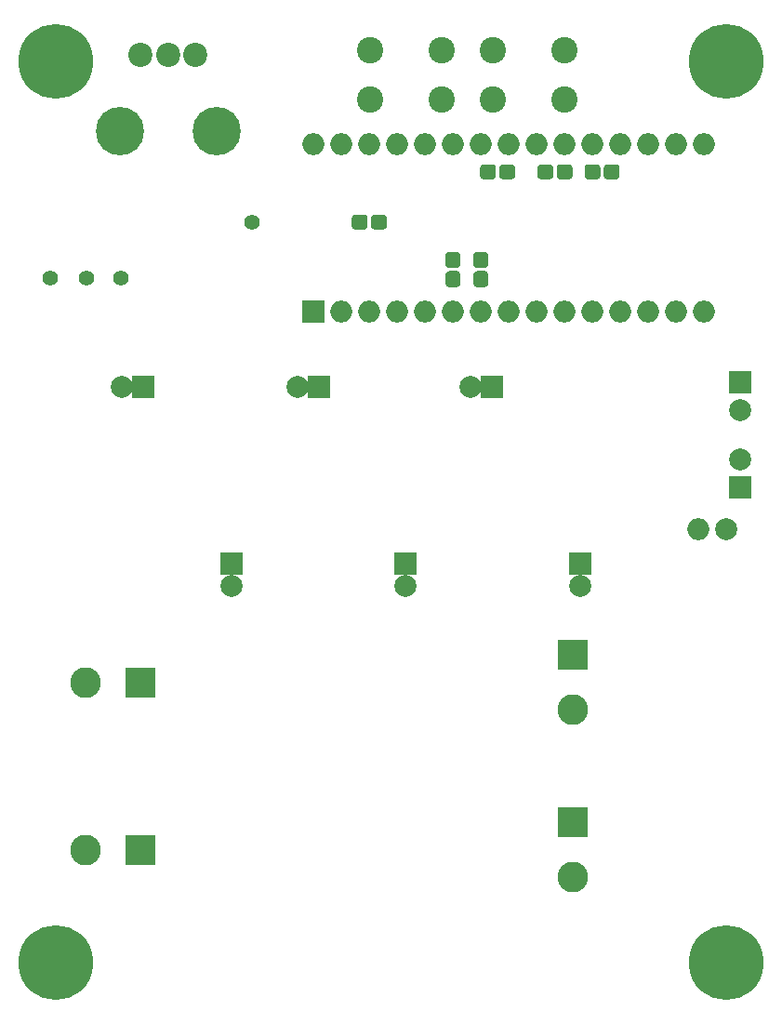
<source format=gbs>
G04 #@! TF.GenerationSoftware,KiCad,Pcbnew,(5.1.2)-1*
G04 #@! TF.CreationDate,2019-11-10T18:16:18+09:00*
G04 #@! TF.ProjectId,Inverter,496e7665-7274-4657-922e-6b696361645f,rev?*
G04 #@! TF.SameCoordinates,PX5731c70PY93d1cc0*
G04 #@! TF.FileFunction,Soldermask,Bot*
G04 #@! TF.FilePolarity,Negative*
%FSLAX46Y46*%
G04 Gerber Fmt 4.6, Leading zero omitted, Abs format (unit mm)*
G04 Created by KiCad (PCBNEW (5.1.2)-1) date 2019-11-10 18:16:18*
%MOMM*%
%LPD*%
G04 APERTURE LIST*
%ADD10O,2.000000X2.000000*%
%ADD11R,2.000000X2.000000*%
%ADD12C,1.400000*%
%ADD13C,4.400000*%
%ADD14C,2.200000*%
%ADD15C,2.800000*%
%ADD16R,2.800000X2.800000*%
%ADD17C,2.000000*%
%ADD18C,6.800000*%
%ADD19C,2.400000*%
%ADD20C,0.100000*%
%ADD21C,1.350000*%
G04 APERTURE END LIST*
D10*
X64008000Y79502000D03*
X64008000Y64262000D03*
X28448000Y79502000D03*
X61468000Y64262000D03*
X30988000Y79502000D03*
X58928000Y64262000D03*
X33528000Y79502000D03*
X56388000Y64262000D03*
X36068000Y79502000D03*
X53848000Y64262000D03*
X38608000Y79502000D03*
X51308000Y64262000D03*
X41148000Y79502000D03*
X48768000Y64262000D03*
X43688000Y79502000D03*
X46228000Y64262000D03*
X46228000Y79502000D03*
X43688000Y64262000D03*
X48768000Y79502000D03*
X41148000Y64262000D03*
X51308000Y79502000D03*
X38608000Y64262000D03*
X53848000Y79502000D03*
X36068000Y64262000D03*
X56388000Y79502000D03*
X33528000Y64262000D03*
X58928000Y79502000D03*
X30988000Y64262000D03*
X61468000Y79502000D03*
D11*
X28448000Y64262000D03*
D12*
X22860000Y72390000D03*
X4445000Y67310000D03*
X7747000Y67310000D03*
X10922000Y67310000D03*
D13*
X10800000Y80630000D03*
X19600000Y80630000D03*
D14*
X12700000Y87630000D03*
X15200000Y87630000D03*
X17700000Y87630000D03*
D15*
X52070000Y12780000D03*
D16*
X52070000Y17780000D03*
D15*
X52070000Y28020000D03*
D16*
X52070000Y33020000D03*
D15*
X7700000Y15240000D03*
D16*
X12700000Y15240000D03*
D15*
X7700000Y30480000D03*
D16*
X12700000Y30480000D03*
D17*
X67310000Y55285000D03*
D11*
X67310000Y57785000D03*
D17*
X67310000Y50760000D03*
D11*
X67310000Y48260000D03*
D18*
X5000000Y87000000D03*
X66000000Y87000000D03*
X5000000Y5000000D03*
X66000000Y5000000D03*
D19*
X44808000Y83566000D03*
X44808000Y88066000D03*
X51308000Y83566000D03*
X51308000Y88066000D03*
X33632000Y83566000D03*
X33632000Y88066000D03*
X40132000Y83566000D03*
X40132000Y88066000D03*
D20*
G36*
X44058581Y69670375D02*
G01*
X44091343Y69665515D01*
X44123471Y69657467D01*
X44154656Y69646309D01*
X44184596Y69632148D01*
X44213005Y69615121D01*
X44239608Y69595391D01*
X44264149Y69573149D01*
X44286391Y69548608D01*
X44306121Y69522005D01*
X44323148Y69493596D01*
X44337309Y69463656D01*
X44348467Y69432471D01*
X44356515Y69400343D01*
X44361375Y69367581D01*
X44363000Y69334500D01*
X44363000Y68559500D01*
X44361375Y68526419D01*
X44356515Y68493657D01*
X44348467Y68461529D01*
X44337309Y68430344D01*
X44323148Y68400404D01*
X44306121Y68371995D01*
X44286391Y68345392D01*
X44264149Y68320851D01*
X44239608Y68298609D01*
X44213005Y68278879D01*
X44184596Y68261852D01*
X44154656Y68247691D01*
X44123471Y68236533D01*
X44091343Y68228485D01*
X44058581Y68223625D01*
X44025500Y68222000D01*
X43350500Y68222000D01*
X43317419Y68223625D01*
X43284657Y68228485D01*
X43252529Y68236533D01*
X43221344Y68247691D01*
X43191404Y68261852D01*
X43162995Y68278879D01*
X43136392Y68298609D01*
X43111851Y68320851D01*
X43089609Y68345392D01*
X43069879Y68371995D01*
X43052852Y68400404D01*
X43038691Y68430344D01*
X43027533Y68461529D01*
X43019485Y68493657D01*
X43014625Y68526419D01*
X43013000Y68559500D01*
X43013000Y69334500D01*
X43014625Y69367581D01*
X43019485Y69400343D01*
X43027533Y69432471D01*
X43038691Y69463656D01*
X43052852Y69493596D01*
X43069879Y69522005D01*
X43089609Y69548608D01*
X43111851Y69573149D01*
X43136392Y69595391D01*
X43162995Y69615121D01*
X43191404Y69632148D01*
X43221344Y69646309D01*
X43252529Y69657467D01*
X43284657Y69665515D01*
X43317419Y69670375D01*
X43350500Y69672000D01*
X44025500Y69672000D01*
X44058581Y69670375D01*
X44058581Y69670375D01*
G37*
D21*
X43688000Y68947000D03*
D20*
G36*
X44058581Y67920375D02*
G01*
X44091343Y67915515D01*
X44123471Y67907467D01*
X44154656Y67896309D01*
X44184596Y67882148D01*
X44213005Y67865121D01*
X44239608Y67845391D01*
X44264149Y67823149D01*
X44286391Y67798608D01*
X44306121Y67772005D01*
X44323148Y67743596D01*
X44337309Y67713656D01*
X44348467Y67682471D01*
X44356515Y67650343D01*
X44361375Y67617581D01*
X44363000Y67584500D01*
X44363000Y66809500D01*
X44361375Y66776419D01*
X44356515Y66743657D01*
X44348467Y66711529D01*
X44337309Y66680344D01*
X44323148Y66650404D01*
X44306121Y66621995D01*
X44286391Y66595392D01*
X44264149Y66570851D01*
X44239608Y66548609D01*
X44213005Y66528879D01*
X44184596Y66511852D01*
X44154656Y66497691D01*
X44123471Y66486533D01*
X44091343Y66478485D01*
X44058581Y66473625D01*
X44025500Y66472000D01*
X43350500Y66472000D01*
X43317419Y66473625D01*
X43284657Y66478485D01*
X43252529Y66486533D01*
X43221344Y66497691D01*
X43191404Y66511852D01*
X43162995Y66528879D01*
X43136392Y66548609D01*
X43111851Y66570851D01*
X43089609Y66595392D01*
X43069879Y66621995D01*
X43052852Y66650404D01*
X43038691Y66680344D01*
X43027533Y66711529D01*
X43019485Y66743657D01*
X43014625Y66776419D01*
X43013000Y66809500D01*
X43013000Y67584500D01*
X43014625Y67617581D01*
X43019485Y67650343D01*
X43027533Y67682471D01*
X43038691Y67713656D01*
X43052852Y67743596D01*
X43069879Y67772005D01*
X43089609Y67798608D01*
X43111851Y67823149D01*
X43136392Y67845391D01*
X43162995Y67865121D01*
X43191404Y67882148D01*
X43221344Y67896309D01*
X43252529Y67907467D01*
X43284657Y67915515D01*
X43317419Y67920375D01*
X43350500Y67922000D01*
X44025500Y67922000D01*
X44058581Y67920375D01*
X44058581Y67920375D01*
G37*
D21*
X43688000Y67197000D03*
D20*
G36*
X41518581Y69670375D02*
G01*
X41551343Y69665515D01*
X41583471Y69657467D01*
X41614656Y69646309D01*
X41644596Y69632148D01*
X41673005Y69615121D01*
X41699608Y69595391D01*
X41724149Y69573149D01*
X41746391Y69548608D01*
X41766121Y69522005D01*
X41783148Y69493596D01*
X41797309Y69463656D01*
X41808467Y69432471D01*
X41816515Y69400343D01*
X41821375Y69367581D01*
X41823000Y69334500D01*
X41823000Y68559500D01*
X41821375Y68526419D01*
X41816515Y68493657D01*
X41808467Y68461529D01*
X41797309Y68430344D01*
X41783148Y68400404D01*
X41766121Y68371995D01*
X41746391Y68345392D01*
X41724149Y68320851D01*
X41699608Y68298609D01*
X41673005Y68278879D01*
X41644596Y68261852D01*
X41614656Y68247691D01*
X41583471Y68236533D01*
X41551343Y68228485D01*
X41518581Y68223625D01*
X41485500Y68222000D01*
X40810500Y68222000D01*
X40777419Y68223625D01*
X40744657Y68228485D01*
X40712529Y68236533D01*
X40681344Y68247691D01*
X40651404Y68261852D01*
X40622995Y68278879D01*
X40596392Y68298609D01*
X40571851Y68320851D01*
X40549609Y68345392D01*
X40529879Y68371995D01*
X40512852Y68400404D01*
X40498691Y68430344D01*
X40487533Y68461529D01*
X40479485Y68493657D01*
X40474625Y68526419D01*
X40473000Y68559500D01*
X40473000Y69334500D01*
X40474625Y69367581D01*
X40479485Y69400343D01*
X40487533Y69432471D01*
X40498691Y69463656D01*
X40512852Y69493596D01*
X40529879Y69522005D01*
X40549609Y69548608D01*
X40571851Y69573149D01*
X40596392Y69595391D01*
X40622995Y69615121D01*
X40651404Y69632148D01*
X40681344Y69646309D01*
X40712529Y69657467D01*
X40744657Y69665515D01*
X40777419Y69670375D01*
X40810500Y69672000D01*
X41485500Y69672000D01*
X41518581Y69670375D01*
X41518581Y69670375D01*
G37*
D21*
X41148000Y68947000D03*
D20*
G36*
X41518581Y67920375D02*
G01*
X41551343Y67915515D01*
X41583471Y67907467D01*
X41614656Y67896309D01*
X41644596Y67882148D01*
X41673005Y67865121D01*
X41699608Y67845391D01*
X41724149Y67823149D01*
X41746391Y67798608D01*
X41766121Y67772005D01*
X41783148Y67743596D01*
X41797309Y67713656D01*
X41808467Y67682471D01*
X41816515Y67650343D01*
X41821375Y67617581D01*
X41823000Y67584500D01*
X41823000Y66809500D01*
X41821375Y66776419D01*
X41816515Y66743657D01*
X41808467Y66711529D01*
X41797309Y66680344D01*
X41783148Y66650404D01*
X41766121Y66621995D01*
X41746391Y66595392D01*
X41724149Y66570851D01*
X41699608Y66548609D01*
X41673005Y66528879D01*
X41644596Y66511852D01*
X41614656Y66497691D01*
X41583471Y66486533D01*
X41551343Y66478485D01*
X41518581Y66473625D01*
X41485500Y66472000D01*
X40810500Y66472000D01*
X40777419Y66473625D01*
X40744657Y66478485D01*
X40712529Y66486533D01*
X40681344Y66497691D01*
X40651404Y66511852D01*
X40622995Y66528879D01*
X40596392Y66548609D01*
X40571851Y66570851D01*
X40549609Y66595392D01*
X40529879Y66621995D01*
X40512852Y66650404D01*
X40498691Y66680344D01*
X40487533Y66711529D01*
X40479485Y66743657D01*
X40474625Y66776419D01*
X40473000Y66809500D01*
X40473000Y67584500D01*
X40474625Y67617581D01*
X40479485Y67650343D01*
X40487533Y67682471D01*
X40498691Y67713656D01*
X40512852Y67743596D01*
X40529879Y67772005D01*
X40549609Y67798608D01*
X40571851Y67823149D01*
X40596392Y67845391D01*
X40622995Y67865121D01*
X40651404Y67882148D01*
X40681344Y67896309D01*
X40712529Y67907467D01*
X40744657Y67915515D01*
X40777419Y67920375D01*
X40810500Y67922000D01*
X41485500Y67922000D01*
X41518581Y67920375D01*
X41518581Y67920375D01*
G37*
D21*
X41148000Y67197000D03*
D10*
X63500000Y44450000D03*
D17*
X66040000Y44450000D03*
D20*
G36*
X34823581Y73063375D02*
G01*
X34856343Y73058515D01*
X34888471Y73050467D01*
X34919656Y73039309D01*
X34949596Y73025148D01*
X34978005Y73008121D01*
X35004608Y72988391D01*
X35029149Y72966149D01*
X35051391Y72941608D01*
X35071121Y72915005D01*
X35088148Y72886596D01*
X35102309Y72856656D01*
X35113467Y72825471D01*
X35121515Y72793343D01*
X35126375Y72760581D01*
X35128000Y72727500D01*
X35128000Y72052500D01*
X35126375Y72019419D01*
X35121515Y71986657D01*
X35113467Y71954529D01*
X35102309Y71923344D01*
X35088148Y71893404D01*
X35071121Y71864995D01*
X35051391Y71838392D01*
X35029149Y71813851D01*
X35004608Y71791609D01*
X34978005Y71771879D01*
X34949596Y71754852D01*
X34919656Y71740691D01*
X34888471Y71729533D01*
X34856343Y71721485D01*
X34823581Y71716625D01*
X34790500Y71715000D01*
X34015500Y71715000D01*
X33982419Y71716625D01*
X33949657Y71721485D01*
X33917529Y71729533D01*
X33886344Y71740691D01*
X33856404Y71754852D01*
X33827995Y71771879D01*
X33801392Y71791609D01*
X33776851Y71813851D01*
X33754609Y71838392D01*
X33734879Y71864995D01*
X33717852Y71893404D01*
X33703691Y71923344D01*
X33692533Y71954529D01*
X33684485Y71986657D01*
X33679625Y72019419D01*
X33678000Y72052500D01*
X33678000Y72727500D01*
X33679625Y72760581D01*
X33684485Y72793343D01*
X33692533Y72825471D01*
X33703691Y72856656D01*
X33717852Y72886596D01*
X33734879Y72915005D01*
X33754609Y72941608D01*
X33776851Y72966149D01*
X33801392Y72988391D01*
X33827995Y73008121D01*
X33856404Y73025148D01*
X33886344Y73039309D01*
X33917529Y73050467D01*
X33949657Y73058515D01*
X33982419Y73063375D01*
X34015500Y73065000D01*
X34790500Y73065000D01*
X34823581Y73063375D01*
X34823581Y73063375D01*
G37*
D21*
X34403000Y72390000D03*
D20*
G36*
X33073581Y73063375D02*
G01*
X33106343Y73058515D01*
X33138471Y73050467D01*
X33169656Y73039309D01*
X33199596Y73025148D01*
X33228005Y73008121D01*
X33254608Y72988391D01*
X33279149Y72966149D01*
X33301391Y72941608D01*
X33321121Y72915005D01*
X33338148Y72886596D01*
X33352309Y72856656D01*
X33363467Y72825471D01*
X33371515Y72793343D01*
X33376375Y72760581D01*
X33378000Y72727500D01*
X33378000Y72052500D01*
X33376375Y72019419D01*
X33371515Y71986657D01*
X33363467Y71954529D01*
X33352309Y71923344D01*
X33338148Y71893404D01*
X33321121Y71864995D01*
X33301391Y71838392D01*
X33279149Y71813851D01*
X33254608Y71791609D01*
X33228005Y71771879D01*
X33199596Y71754852D01*
X33169656Y71740691D01*
X33138471Y71729533D01*
X33106343Y71721485D01*
X33073581Y71716625D01*
X33040500Y71715000D01*
X32265500Y71715000D01*
X32232419Y71716625D01*
X32199657Y71721485D01*
X32167529Y71729533D01*
X32136344Y71740691D01*
X32106404Y71754852D01*
X32077995Y71771879D01*
X32051392Y71791609D01*
X32026851Y71813851D01*
X32004609Y71838392D01*
X31984879Y71864995D01*
X31967852Y71893404D01*
X31953691Y71923344D01*
X31942533Y71954529D01*
X31934485Y71986657D01*
X31929625Y72019419D01*
X31928000Y72052500D01*
X31928000Y72727500D01*
X31929625Y72760581D01*
X31934485Y72793343D01*
X31942533Y72825471D01*
X31953691Y72856656D01*
X31967852Y72886596D01*
X31984879Y72915005D01*
X32004609Y72941608D01*
X32026851Y72966149D01*
X32051392Y72988391D01*
X32077995Y73008121D01*
X32106404Y73025148D01*
X32136344Y73039309D01*
X32167529Y73050467D01*
X32199657Y73058515D01*
X32232419Y73063375D01*
X32265500Y73065000D01*
X33040500Y73065000D01*
X33073581Y73063375D01*
X33073581Y73063375D01*
G37*
D21*
X32653000Y72390000D03*
D20*
G36*
X44757581Y77635375D02*
G01*
X44790343Y77630515D01*
X44822471Y77622467D01*
X44853656Y77611309D01*
X44883596Y77597148D01*
X44912005Y77580121D01*
X44938608Y77560391D01*
X44963149Y77538149D01*
X44985391Y77513608D01*
X45005121Y77487005D01*
X45022148Y77458596D01*
X45036309Y77428656D01*
X45047467Y77397471D01*
X45055515Y77365343D01*
X45060375Y77332581D01*
X45062000Y77299500D01*
X45062000Y76624500D01*
X45060375Y76591419D01*
X45055515Y76558657D01*
X45047467Y76526529D01*
X45036309Y76495344D01*
X45022148Y76465404D01*
X45005121Y76436995D01*
X44985391Y76410392D01*
X44963149Y76385851D01*
X44938608Y76363609D01*
X44912005Y76343879D01*
X44883596Y76326852D01*
X44853656Y76312691D01*
X44822471Y76301533D01*
X44790343Y76293485D01*
X44757581Y76288625D01*
X44724500Y76287000D01*
X43949500Y76287000D01*
X43916419Y76288625D01*
X43883657Y76293485D01*
X43851529Y76301533D01*
X43820344Y76312691D01*
X43790404Y76326852D01*
X43761995Y76343879D01*
X43735392Y76363609D01*
X43710851Y76385851D01*
X43688609Y76410392D01*
X43668879Y76436995D01*
X43651852Y76465404D01*
X43637691Y76495344D01*
X43626533Y76526529D01*
X43618485Y76558657D01*
X43613625Y76591419D01*
X43612000Y76624500D01*
X43612000Y77299500D01*
X43613625Y77332581D01*
X43618485Y77365343D01*
X43626533Y77397471D01*
X43637691Y77428656D01*
X43651852Y77458596D01*
X43668879Y77487005D01*
X43688609Y77513608D01*
X43710851Y77538149D01*
X43735392Y77560391D01*
X43761995Y77580121D01*
X43790404Y77597148D01*
X43820344Y77611309D01*
X43851529Y77622467D01*
X43883657Y77630515D01*
X43916419Y77635375D01*
X43949500Y77637000D01*
X44724500Y77637000D01*
X44757581Y77635375D01*
X44757581Y77635375D01*
G37*
D21*
X44337000Y76962000D03*
D20*
G36*
X46507581Y77635375D02*
G01*
X46540343Y77630515D01*
X46572471Y77622467D01*
X46603656Y77611309D01*
X46633596Y77597148D01*
X46662005Y77580121D01*
X46688608Y77560391D01*
X46713149Y77538149D01*
X46735391Y77513608D01*
X46755121Y77487005D01*
X46772148Y77458596D01*
X46786309Y77428656D01*
X46797467Y77397471D01*
X46805515Y77365343D01*
X46810375Y77332581D01*
X46812000Y77299500D01*
X46812000Y76624500D01*
X46810375Y76591419D01*
X46805515Y76558657D01*
X46797467Y76526529D01*
X46786309Y76495344D01*
X46772148Y76465404D01*
X46755121Y76436995D01*
X46735391Y76410392D01*
X46713149Y76385851D01*
X46688608Y76363609D01*
X46662005Y76343879D01*
X46633596Y76326852D01*
X46603656Y76312691D01*
X46572471Y76301533D01*
X46540343Y76293485D01*
X46507581Y76288625D01*
X46474500Y76287000D01*
X45699500Y76287000D01*
X45666419Y76288625D01*
X45633657Y76293485D01*
X45601529Y76301533D01*
X45570344Y76312691D01*
X45540404Y76326852D01*
X45511995Y76343879D01*
X45485392Y76363609D01*
X45460851Y76385851D01*
X45438609Y76410392D01*
X45418879Y76436995D01*
X45401852Y76465404D01*
X45387691Y76495344D01*
X45376533Y76526529D01*
X45368485Y76558657D01*
X45363625Y76591419D01*
X45362000Y76624500D01*
X45362000Y77299500D01*
X45363625Y77332581D01*
X45368485Y77365343D01*
X45376533Y77397471D01*
X45387691Y77428656D01*
X45401852Y77458596D01*
X45418879Y77487005D01*
X45438609Y77513608D01*
X45460851Y77538149D01*
X45485392Y77560391D01*
X45511995Y77580121D01*
X45540404Y77597148D01*
X45570344Y77611309D01*
X45601529Y77622467D01*
X45633657Y77630515D01*
X45666419Y77635375D01*
X45699500Y77637000D01*
X46474500Y77637000D01*
X46507581Y77635375D01*
X46507581Y77635375D01*
G37*
D21*
X46087000Y76962000D03*
D17*
X52705000Y39275000D03*
D11*
X52705000Y41275000D03*
D17*
X36830000Y39275000D03*
D11*
X36830000Y41275000D03*
D17*
X20955000Y39275000D03*
D11*
X20955000Y41275000D03*
D20*
G36*
X49978581Y77635375D02*
G01*
X50011343Y77630515D01*
X50043471Y77622467D01*
X50074656Y77611309D01*
X50104596Y77597148D01*
X50133005Y77580121D01*
X50159608Y77560391D01*
X50184149Y77538149D01*
X50206391Y77513608D01*
X50226121Y77487005D01*
X50243148Y77458596D01*
X50257309Y77428656D01*
X50268467Y77397471D01*
X50276515Y77365343D01*
X50281375Y77332581D01*
X50283000Y77299500D01*
X50283000Y76624500D01*
X50281375Y76591419D01*
X50276515Y76558657D01*
X50268467Y76526529D01*
X50257309Y76495344D01*
X50243148Y76465404D01*
X50226121Y76436995D01*
X50206391Y76410392D01*
X50184149Y76385851D01*
X50159608Y76363609D01*
X50133005Y76343879D01*
X50104596Y76326852D01*
X50074656Y76312691D01*
X50043471Y76301533D01*
X50011343Y76293485D01*
X49978581Y76288625D01*
X49945500Y76287000D01*
X49170500Y76287000D01*
X49137419Y76288625D01*
X49104657Y76293485D01*
X49072529Y76301533D01*
X49041344Y76312691D01*
X49011404Y76326852D01*
X48982995Y76343879D01*
X48956392Y76363609D01*
X48931851Y76385851D01*
X48909609Y76410392D01*
X48889879Y76436995D01*
X48872852Y76465404D01*
X48858691Y76495344D01*
X48847533Y76526529D01*
X48839485Y76558657D01*
X48834625Y76591419D01*
X48833000Y76624500D01*
X48833000Y77299500D01*
X48834625Y77332581D01*
X48839485Y77365343D01*
X48847533Y77397471D01*
X48858691Y77428656D01*
X48872852Y77458596D01*
X48889879Y77487005D01*
X48909609Y77513608D01*
X48931851Y77538149D01*
X48956392Y77560391D01*
X48982995Y77580121D01*
X49011404Y77597148D01*
X49041344Y77611309D01*
X49072529Y77622467D01*
X49104657Y77630515D01*
X49137419Y77635375D01*
X49170500Y77637000D01*
X49945500Y77637000D01*
X49978581Y77635375D01*
X49978581Y77635375D01*
G37*
D21*
X49558000Y76962000D03*
D20*
G36*
X51728581Y77635375D02*
G01*
X51761343Y77630515D01*
X51793471Y77622467D01*
X51824656Y77611309D01*
X51854596Y77597148D01*
X51883005Y77580121D01*
X51909608Y77560391D01*
X51934149Y77538149D01*
X51956391Y77513608D01*
X51976121Y77487005D01*
X51993148Y77458596D01*
X52007309Y77428656D01*
X52018467Y77397471D01*
X52026515Y77365343D01*
X52031375Y77332581D01*
X52033000Y77299500D01*
X52033000Y76624500D01*
X52031375Y76591419D01*
X52026515Y76558657D01*
X52018467Y76526529D01*
X52007309Y76495344D01*
X51993148Y76465404D01*
X51976121Y76436995D01*
X51956391Y76410392D01*
X51934149Y76385851D01*
X51909608Y76363609D01*
X51883005Y76343879D01*
X51854596Y76326852D01*
X51824656Y76312691D01*
X51793471Y76301533D01*
X51761343Y76293485D01*
X51728581Y76288625D01*
X51695500Y76287000D01*
X50920500Y76287000D01*
X50887419Y76288625D01*
X50854657Y76293485D01*
X50822529Y76301533D01*
X50791344Y76312691D01*
X50761404Y76326852D01*
X50732995Y76343879D01*
X50706392Y76363609D01*
X50681851Y76385851D01*
X50659609Y76410392D01*
X50639879Y76436995D01*
X50622852Y76465404D01*
X50608691Y76495344D01*
X50597533Y76526529D01*
X50589485Y76558657D01*
X50584625Y76591419D01*
X50583000Y76624500D01*
X50583000Y77299500D01*
X50584625Y77332581D01*
X50589485Y77365343D01*
X50597533Y77397471D01*
X50608691Y77428656D01*
X50622852Y77458596D01*
X50639879Y77487005D01*
X50659609Y77513608D01*
X50681851Y77538149D01*
X50706392Y77560391D01*
X50732995Y77580121D01*
X50761404Y77597148D01*
X50791344Y77611309D01*
X50822529Y77622467D01*
X50854657Y77630515D01*
X50887419Y77635375D01*
X50920500Y77637000D01*
X51695500Y77637000D01*
X51728581Y77635375D01*
X51728581Y77635375D01*
G37*
D21*
X51308000Y76962000D03*
D20*
G36*
X56018581Y77635375D02*
G01*
X56051343Y77630515D01*
X56083471Y77622467D01*
X56114656Y77611309D01*
X56144596Y77597148D01*
X56173005Y77580121D01*
X56199608Y77560391D01*
X56224149Y77538149D01*
X56246391Y77513608D01*
X56266121Y77487005D01*
X56283148Y77458596D01*
X56297309Y77428656D01*
X56308467Y77397471D01*
X56316515Y77365343D01*
X56321375Y77332581D01*
X56323000Y77299500D01*
X56323000Y76624500D01*
X56321375Y76591419D01*
X56316515Y76558657D01*
X56308467Y76526529D01*
X56297309Y76495344D01*
X56283148Y76465404D01*
X56266121Y76436995D01*
X56246391Y76410392D01*
X56224149Y76385851D01*
X56199608Y76363609D01*
X56173005Y76343879D01*
X56144596Y76326852D01*
X56114656Y76312691D01*
X56083471Y76301533D01*
X56051343Y76293485D01*
X56018581Y76288625D01*
X55985500Y76287000D01*
X55210500Y76287000D01*
X55177419Y76288625D01*
X55144657Y76293485D01*
X55112529Y76301533D01*
X55081344Y76312691D01*
X55051404Y76326852D01*
X55022995Y76343879D01*
X54996392Y76363609D01*
X54971851Y76385851D01*
X54949609Y76410392D01*
X54929879Y76436995D01*
X54912852Y76465404D01*
X54898691Y76495344D01*
X54887533Y76526529D01*
X54879485Y76558657D01*
X54874625Y76591419D01*
X54873000Y76624500D01*
X54873000Y77299500D01*
X54874625Y77332581D01*
X54879485Y77365343D01*
X54887533Y77397471D01*
X54898691Y77428656D01*
X54912852Y77458596D01*
X54929879Y77487005D01*
X54949609Y77513608D01*
X54971851Y77538149D01*
X54996392Y77560391D01*
X55022995Y77580121D01*
X55051404Y77597148D01*
X55081344Y77611309D01*
X55112529Y77622467D01*
X55144657Y77630515D01*
X55177419Y77635375D01*
X55210500Y77637000D01*
X55985500Y77637000D01*
X56018581Y77635375D01*
X56018581Y77635375D01*
G37*
D21*
X55598000Y76962000D03*
D20*
G36*
X54268581Y77635375D02*
G01*
X54301343Y77630515D01*
X54333471Y77622467D01*
X54364656Y77611309D01*
X54394596Y77597148D01*
X54423005Y77580121D01*
X54449608Y77560391D01*
X54474149Y77538149D01*
X54496391Y77513608D01*
X54516121Y77487005D01*
X54533148Y77458596D01*
X54547309Y77428656D01*
X54558467Y77397471D01*
X54566515Y77365343D01*
X54571375Y77332581D01*
X54573000Y77299500D01*
X54573000Y76624500D01*
X54571375Y76591419D01*
X54566515Y76558657D01*
X54558467Y76526529D01*
X54547309Y76495344D01*
X54533148Y76465404D01*
X54516121Y76436995D01*
X54496391Y76410392D01*
X54474149Y76385851D01*
X54449608Y76363609D01*
X54423005Y76343879D01*
X54394596Y76326852D01*
X54364656Y76312691D01*
X54333471Y76301533D01*
X54301343Y76293485D01*
X54268581Y76288625D01*
X54235500Y76287000D01*
X53460500Y76287000D01*
X53427419Y76288625D01*
X53394657Y76293485D01*
X53362529Y76301533D01*
X53331344Y76312691D01*
X53301404Y76326852D01*
X53272995Y76343879D01*
X53246392Y76363609D01*
X53221851Y76385851D01*
X53199609Y76410392D01*
X53179879Y76436995D01*
X53162852Y76465404D01*
X53148691Y76495344D01*
X53137533Y76526529D01*
X53129485Y76558657D01*
X53124625Y76591419D01*
X53123000Y76624500D01*
X53123000Y77299500D01*
X53124625Y77332581D01*
X53129485Y77365343D01*
X53137533Y77397471D01*
X53148691Y77428656D01*
X53162852Y77458596D01*
X53179879Y77487005D01*
X53199609Y77513608D01*
X53221851Y77538149D01*
X53246392Y77560391D01*
X53272995Y77580121D01*
X53301404Y77597148D01*
X53331344Y77611309D01*
X53362529Y77622467D01*
X53394657Y77630515D01*
X53427419Y77635375D01*
X53460500Y77637000D01*
X54235500Y77637000D01*
X54268581Y77635375D01*
X54268581Y77635375D01*
G37*
D21*
X53848000Y76962000D03*
D17*
X42704000Y57404000D03*
D11*
X44704000Y57404000D03*
D17*
X26956000Y57404000D03*
D11*
X28956000Y57404000D03*
D17*
X10954000Y57404000D03*
D11*
X12954000Y57404000D03*
M02*

</source>
